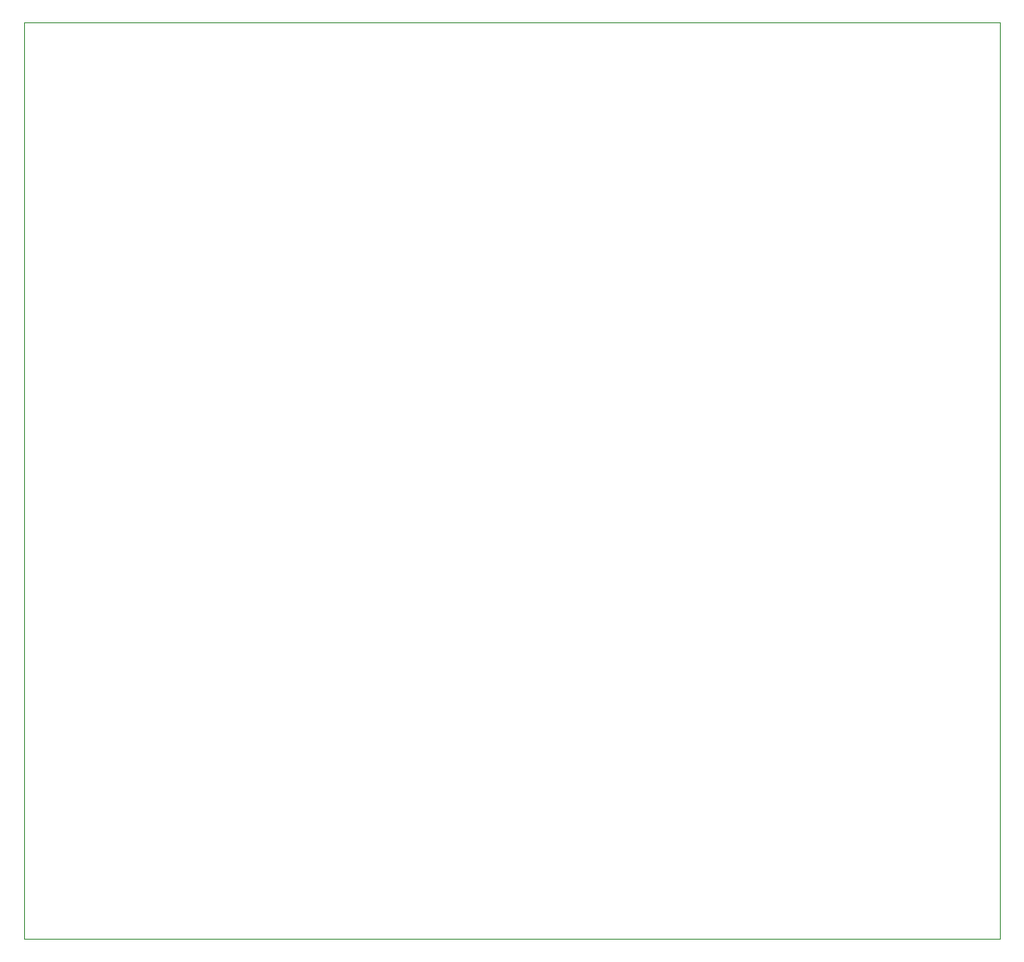
<source format=gbr>
%TF.GenerationSoftware,KiCad,Pcbnew,(5.1.7)-1*%
%TF.CreationDate,2020-10-12T20:46:30-04:00*%
%TF.ProjectId,STM32_Breakout,53544d33-325f-4427-9265-616b6f75742e,rev?*%
%TF.SameCoordinates,Original*%
%TF.FileFunction,Profile,NP*%
%FSLAX46Y46*%
G04 Gerber Fmt 4.6, Leading zero omitted, Abs format (unit mm)*
G04 Created by KiCad (PCBNEW (5.1.7)-1) date 2020-10-12 20:46:30*
%MOMM*%
%LPD*%
G01*
G04 APERTURE LIST*
%TA.AperFunction,Profile*%
%ADD10C,0.010000*%
%TD*%
G04 APERTURE END LIST*
D10*
X15300000Y-104870000D02*
X15300000Y-14700000D01*
X111190000Y-104870000D02*
X15300000Y-104870000D01*
X111190000Y-14700000D02*
X111190000Y-104870000D01*
X15300000Y-14700000D02*
X111190000Y-14700000D01*
M02*

</source>
